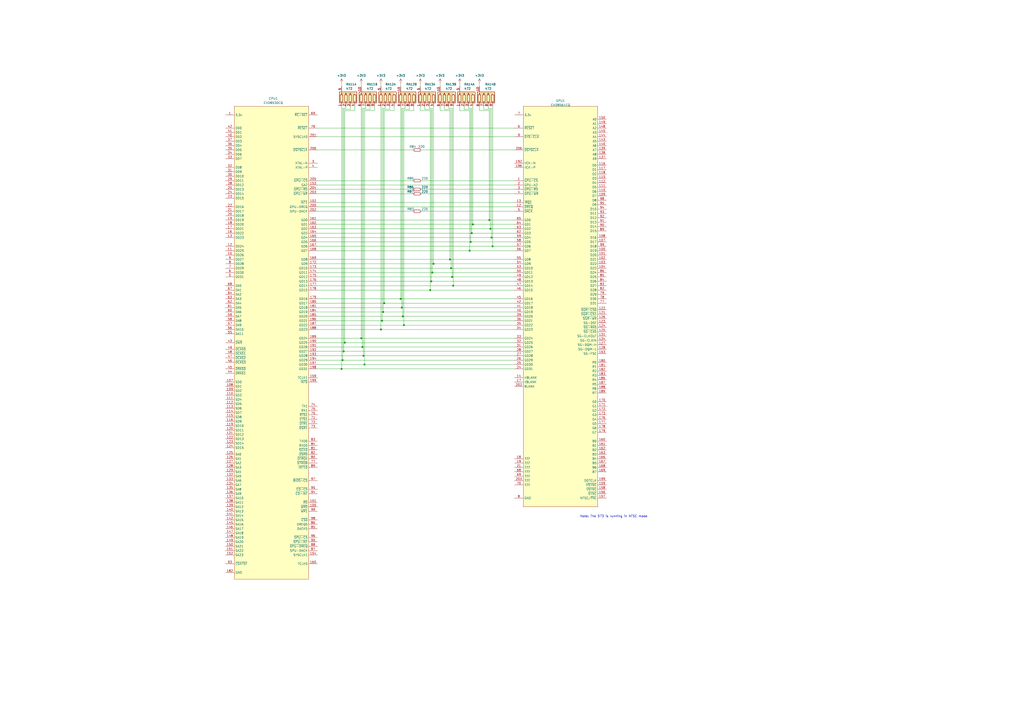
<source format=kicad_sch>
(kicad_sch (version 20211123) (generator eeschema)
  (paper "A2")
  (lib_symbols
    (symbol "Device:R_Small" (pin_numbers hide) (pin_names (offset 0.254) hide)
      (property "Reference" "R" (at 0.762 0.508 0))
      (property "Value" "R_Small" (at 0.762 -1.016 0))
      (symbol "R_Small_0_1"
        (rectangle (start -0.762 1.778) (end 0.762 -1.778) (stroke (width 0.2032)))
      )
      (symbol "R_Small_1_1"
        (pin passive line (at 0 2.54 270) (length 0.762) (name "~") (number "1"))
        (pin passive line (at 0 -2.54 90) (length 0.762) (name "~") (number "2"))
      )
    )
    (symbol "Ksys573-rescue:R_Dual_Network08_Split-Device" (pin_names (offset 0) hide)
      (property "Reference" "RN" (at -7.62 0 90))
      (property "Value" "R_Dual_Network08_Split-Device" (at 5.08 0 90))
      (symbol "R_Dual_Network08_Split-Device_0_1"
        (rectangle (start -6.35 -3.175) (end 3.81 3.175) (stroke (width 0.254)) (fill (type background)))
        (rectangle (start -5.842 1.524) (end -4.318 -2.54) (stroke (width 0.254)))
        (circle (center -5.08 2.286) (radius 0.254) (fill (type outline)))
        (rectangle (start -3.302 1.524) (end -1.778 -2.54) (stroke (width 0.254)))
        (circle (center -2.54 2.286) (radius 0.254) (fill (type outline)))
        (rectangle (start -0.762 1.524) (end 0.762 -2.54) (stroke (width 0.254)))
        (polyline (pts (xy -5.08 -2.54) (xy -5.08 -3.81)))
        (polyline (pts (xy -2.54 -2.54) (xy -2.54 -3.81)))
        (polyline (pts (xy 0 -2.54) (xy 0 -3.81)))
        (polyline (pts (xy 2.54 -2.54) (xy 2.54 -3.81)))
        (polyline (pts (xy -5.08 1.524) (xy -5.08 2.286) (xy -2.54 2.286) (xy -2.54 1.524)))
        (polyline (pts (xy -2.54 1.524) (xy -2.54 2.286) (xy 0 2.286) (xy 0 1.524)))
        (polyline (pts (xy 0 1.524) (xy 0 2.286) (xy 2.54 2.286) (xy 2.54 1.524)))
        (circle (center 0 2.286) (radius 0.254) (fill (type outline)))
        (rectangle (start 1.778 1.524) (end 3.302 -2.54) (stroke (width 0.254)))
      )
      (symbol "R_Dual_Network08_Split-Device_1_1"
        (pin passive line (at -5.08 -5.08 90) (length 1.27) (name "R1") (number "1"))
        (pin passive line (at -2.54 -5.08 90) (length 1.27) (name "R2") (number "2"))
        (pin passive line (at 0 -5.08 90) (length 1.27) (name "R3") (number "3"))
        (pin passive line (at 2.54 -5.08 90) (length 1.27) (name "R4") (number "4"))
        (pin passive line (at -5.08 6.35 270) (length 2.9972) (name "common") (number "5"))
      )
      (symbol "R_Dual_Network08_Split-Device_2_1"
        (pin passive line (at -5.08 6.35 270) (length 2.9972) (name "common") (number "10"))
        (pin passive line (at -5.08 -5.08 90) (length 1.27) (name "R5") (number "6"))
        (pin passive line (at -2.54 -5.08 90) (length 1.27) (name "R6") (number "7"))
        (pin passive line (at 0 -5.08 90) (length 1.27) (name "R7") (number "8"))
        (pin passive line (at 2.54 -5.08 90) (length 1.27) (name "R8") (number "9"))
      )
    )
    (symbol "Sony-PSX:CXD8530CQ"
      (property "Reference" "CPU" (at -19.05 139.7 0))
      (property "Value" "CXD8530CQ" (at 0 0 0))
      (symbol "CXD8530CQ_0_0"
        (pin output line (at -26.67 -123.19 0) (length 5.08) (name "SA23") (number "152"))
        (pin bidirectional line (at 26.67 63.5 180) (length 5.08) (name "GD3") (number "164"))
        (pin bidirectional line (at 26.67 0 180) (length 5.08) (name "GD25") (number "190"))
        (pin bidirectional line (at 26.67 -10.16 180) (length 5.08) (name "GD29") (number "194"))
        (pin bidirectional line (at 26.67 -15.24 180) (length 5.08) (name "GD31") (number "198"))
        (pin input line (at 26.67 78.74 180) (length 5.08) (name "GPU-DREQ") (number "200"))
        (pin output line (at 26.67 88.9 180) (length 5.08) (name "~{GPU-RD}") (number "204"))
        (pin passive line (at -26.67 -133.35 0) (length 5.08) hide (name "GND") (number "207"))
      )
      (symbol "CXD8530CQ_0_1"
        (rectangle (start -21.59 137.16) (end 21.59 -137.16) (fill (type background)))
        (pin passive line (at -26.67 -133.35 0) (length 5.08) hide (name "GND") (number "155"))
        (pin bidirectional line (at 26.67 40.64 180) (length 5.08) (name "GD11") (number "174"))
        (pin bidirectional line (at 26.67 17.78 180) (length 5.08) (name "GD19") (number "184"))
      )
      (symbol "CXD8530CQ_1_1"
        (pin power_in line (at -26.67 132.08 0) (length 5.08) (name "3.3v") (number "1"))
        (pin tri_state line (at -26.67 50.8 0) (length 5.08) (name "DD26") (number "10"))
        (pin output line (at 26.67 -95.25 180) (length 5.08) (name "~{WR0}") (number "100"))
        (pin input line (at 26.67 -92.71 180) (length 5.08) (name "~{RD}") (number "101"))
        (pin passive line (at 26.67 81.28 180) (length 5.08) (name "~{INT1}") (number "102"))
        (pin passive line (at -26.67 132.08 0) (length 5.08) hide (name "3.3v") (number "103"))
        (pin passive line (at -26.67 -133.35 0) (length 5.08) hide (name "GND") (number "104"))
        (pin passive line (at -26.67 132.08 0) (length 5.08) hide (name "3.3v") (number "105"))
        (pin passive line (at -26.67 132.08 0) (length 5.08) hide (name "3.3v") (number "106"))
        (pin tri_state line (at -26.67 -22.86 0) (length 5.08) (name "SD0") (number "107"))
        (pin tri_state line (at -26.67 -25.4 0) (length 5.08) (name "SD1") (number "108"))
        (pin tri_state line (at -26.67 -27.94 0) (length 5.08) (name "SD2") (number "109"))
        (pin tri_state line (at -26.67 53.34 0) (length 5.08) (name "DD25") (number "11"))
        (pin tri_state line (at -26.67 -30.48 0) (length 5.08) (name "SD3") (number "110"))
        (pin tri_state line (at -26.67 -33.02 0) (length 5.08) (name "SD4") (number "111"))
        (pin tri_state line (at -26.67 -35.56 0) (length 5.08) (name "SD5") (number "112"))
        (pin tri_state line (at -26.67 -38.1 0) (length 5.08) (name "SD6") (number "113"))
        (pin tri_state line (at -26.67 -40.64 0) (length 5.08) (name "SD7") (number "114"))
        (pin tri_state line (at -26.67 -43.18 0) (length 5.08) (name "SD8") (number "115"))
        (pin tri_state line (at -26.67 -45.72 0) (length 5.08) (name "SD9") (number "116"))
        (pin passive line (at -26.67 -133.35 0) (length 5.08) hide (name "GND") (number "117"))
        (pin passive line (at -26.67 132.08 0) (length 5.08) hide (name "3.3v") (number "118"))
        (pin tri_state line (at -26.67 -48.26 0) (length 5.08) (name "SD10") (number "119"))
        (pin tri_state line (at -26.67 55.88 0) (length 5.08) (name "DD24") (number "12"))
        (pin tri_state line (at -26.67 -50.8 0) (length 5.08) (name "SD11") (number "120"))
        (pin tri_state line (at -26.67 -53.34 0) (length 5.08) (name "SD12") (number "121"))
        (pin tri_state line (at -26.67 -55.88 0) (length 5.08) (name "SD13") (number "122"))
        (pin tri_state line (at -26.67 -58.42 0) (length 5.08) (name "SD14") (number "123"))
        (pin tri_state line (at -26.67 -60.96 0) (length 5.08) (name "SD15") (number "124"))
        (pin output line (at -26.67 -64.77 0) (length 5.08) (name "SA0") (number "125"))
        (pin output line (at -26.67 -67.31 0) (length 5.08) (name "SA1") (number "126"))
        (pin output line (at -26.67 -69.85 0) (length 5.08) (name "SA2") (number "127"))
        (pin output line (at -26.67 -72.39 0) (length 5.08) (name "SA3") (number "128"))
        (pin output line (at -26.67 -74.93 0) (length 5.08) (name "SA4") (number "129"))
        (pin tri_state line (at -26.67 60.96 0) (length 5.08) (name "DD23") (number "13"))
        (pin passive line (at -26.67 -133.35 0) (length 5.08) hide (name "GND") (number "130"))
        (pin passive line (at -26.67 132.08 0) (length 5.08) hide (name "3.3v") (number "131"))
        (pin output line (at -26.67 -77.47 0) (length 5.08) (name "SA5") (number "132"))
        (pin output line (at -26.67 -80.01 0) (length 5.08) (name "SA6") (number "133"))
        (pin output line (at -26.67 -82.55 0) (length 5.08) (name "SA7") (number "134"))
        (pin output line (at -26.67 -85.09 0) (length 5.08) (name "SA8") (number "135"))
        (pin output line (at -26.67 -87.63 0) (length 5.08) (name "SA9") (number "136"))
        (pin output line (at -26.67 -90.17 0) (length 5.08) (name "SA10") (number "137"))
        (pin output line (at -26.67 -92.71 0) (length 5.08) (name "SA11") (number "138"))
        (pin output line (at -26.67 -95.25 0) (length 5.08) (name "SA12") (number "139"))
        (pin passive line (at -26.67 132.08 0) (length 5.08) hide (name "3.3v") (number "14"))
        (pin output line (at -26.67 -97.79 0) (length 5.08) (name "SA13") (number "140"))
        (pin output line (at -26.67 -100.33 0) (length 5.08) (name "SA14") (number "141"))
        (pin output line (at -26.67 -102.87 0) (length 5.08) (name "SA15") (number "142"))
        (pin passive line (at -26.67 -133.35 0) (length 5.08) hide (name "GND") (number "143"))
        (pin passive line (at -26.67 132.08 0) (length 5.08) hide (name "3.3v") (number "144"))
        (pin output line (at -26.67 -105.41 0) (length 5.08) (name "SA16") (number "145"))
        (pin output line (at -26.67 -107.95 0) (length 5.08) (name "SA17") (number "146"))
        (pin output line (at -26.67 -110.49 0) (length 5.08) (name "SA18") (number "147"))
        (pin output line (at -26.67 -113.03 0) (length 5.08) (name "SA19") (number "148"))
        (pin output line (at -26.67 -115.57 0) (length 5.08) (name "SA20") (number "149"))
        (pin passive line (at -26.67 -133.35 0) (length 5.08) hide (name "GND") (number "15"))
        (pin output line (at -26.67 -118.11 0) (length 5.08) (name "SA21") (number "150"))
        (pin output line (at -26.67 -120.65 0) (length 5.08) (name "SA22") (number "151"))
        (pin output line (at 26.67 91.44 180) (length 5.08) (name "GA2") (number "153"))
        (pin output line (at 26.67 -123.19 180) (length 5.08) (name "SYSCLK1") (number "154"))
        (pin passive line (at -26.67 -133.35 0) (length 5.08) hide (name "GND") (number "156"))
        (pin passive line (at -26.67 132.08 0) (length 5.08) hide (name "3.3v") (number "157"))
        (pin passive line (at -26.67 132.08 0) (length 5.08) hide (name "3.3v") (number "158"))
        (pin output line (at 26.67 -20.32 180) (length 5.08) (name "TCLK1") (number "159"))
        (pin tri_state line (at -26.67 63.5 0) (length 5.08) (name "DD22") (number "16"))
        (pin output line (at 26.67 -128.27 180) (length 5.08) (name "TCLK0") (number "160"))
        (pin bidirectional line (at 26.67 71.12 180) (length 5.08) (name "GD0") (number "161"))
        (pin bidirectional line (at 26.67 68.58 180) (length 5.08) (name "GD1") (number "162"))
        (pin bidirectional line (at 26.67 66.04 180) (length 5.08) (name "GD2") (number "163"))
        (pin bidirectional line (at 26.67 60.96 180) (length 5.08) (name "GD4") (number "165"))
        (pin bidirectional line (at 26.67 58.42 180) (length 5.08) (name "GD5") (number "166"))
        (pin bidirectional line (at 26.67 55.88 180) (length 5.08) (name "GD6") (number "167"))
        (pin bidirectional line (at 26.67 53.34 180) (length 5.08) (name "GD7") (number "168"))
        (pin bidirectional line (at 26.67 48.26 180) (length 5.08) (name "GD8") (number "169"))
        (pin tri_state line (at -26.67 66.04 0) (length 5.08) (name "DD21") (number "17"))
        (pin passive line (at -26.67 -133.35 0) (length 5.08) hide (name "GND") (number "170"))
        (pin passive line (at -26.67 132.08 0) (length 5.08) hide (name "3.3v") (number "171"))
        (pin bidirectional line (at 26.67 45.72 180) (length 5.08) (name "GD9") (number "172"))
        (pin bidirectional line (at 26.67 43.18 180) (length 5.08) (name "GD10") (number "173"))
        (pin bidirectional line (at 26.67 38.1 180) (length 5.08) (name "GD12") (number "175"))
        (pin bidirectional line (at 26.67 35.56 180) (length 5.08) (name "GD13") (number "176"))
        (pin bidirectional line (at 26.67 33.02 180) (length 5.08) (name "GD14") (number "177"))
        (pin bidirectional line (at 26.67 30.48 180) (length 5.08) (name "GD15") (number "178"))
        (pin bidirectional line (at 26.67 25.4 180) (length 5.08) (name "GD16") (number "179"))
        (pin tri_state line (at -26.67 68.58 0) (length 5.08) (name "DD20") (number "18"))
        (pin bidirectional line (at 26.67 22.86 180) (length 5.08) (name "GD17") (number "180"))
        (pin bidirectional line (at 26.67 20.32 180) (length 5.08) (name "GD18") (number "181"))
        (pin passive line (at -26.67 -133.35 0) (length 5.08) (name "GND") (number "182"))
        (pin passive line (at -26.67 132.08 0) (length 5.08) hide (name "3.3v") (number "183"))
        (pin bidirectional line (at 26.67 15.24 180) (length 5.08) (name "GD20") (number "185"))
        (pin bidirectional line (at 26.67 12.7 180) (length 5.08) (name "GD21") (number "186"))
        (pin bidirectional line (at 26.67 10.16 180) (length 5.08) (name "GD22") (number "187"))
        (pin bidirectional line (at 26.67 7.62 180) (length 5.08) (name "GD23") (number "188"))
        (pin bidirectional line (at 26.67 2.54 180) (length 5.08) (name "GD24") (number "189"))
        (pin tri_state line (at -26.67 71.12 0) (length 5.08) (name "DD19") (number "19"))
        (pin bidirectional line (at 26.67 -2.54 180) (length 5.08) (name "GD26") (number "191"))
        (pin bidirectional line (at 26.67 -5.08 180) (length 5.08) (name "GD27") (number "192"))
        (pin bidirectional line (at 26.67 -7.62 180) (length 5.08) (name "GD28") (number "193"))
        (pin passive line (at -26.67 -133.35 0) (length 5.08) hide (name "GND") (number "195"))
        (pin passive line (at -26.67 132.08 0) (length 5.08) hide (name "3.3v") (number "196"))
        (pin bidirectional line (at 26.67 -12.7 180) (length 5.08) (name "GD30") (number "197"))
        (pin input line (at 26.67 -22.86 180) (length 5.08) (name "~{INT0}") (number "199"))
        (pin passive line (at -26.67 132.08 0) (length 5.08) hide (name "3.3v") (number "2"))
        (pin tri_state line (at -26.67 73.66 0) (length 5.08) (name "DD18") (number "20"))
        (pin output line (at 26.67 119.38 180) (length 5.08) (name "SYSCLK0") (number "201"))
        (pin output line (at 26.67 76.2 180) (length 5.08) (name "GPU-DACK") (number "202"))
        (pin output line (at 26.67 86.36 180) (length 5.08) (name "~{GPU-WR}") (number "203"))
        (pin output line (at 26.67 93.98 180) (length 5.08) (name "~{GPU-CS}") (number "205"))
        (pin output line (at 26.67 111.76 180) (length 5.08) (name "~{DSYSCLK}") (number "206"))
        (pin passive line (at -26.67 -133.35 0) (length 5.08) hide (name "GND") (number "208"))
        (pin tri_state line (at -26.67 76.2 0) (length 5.08) (name "DD17") (number "21"))
        (pin tri_state line (at -26.67 78.74 0) (length 5.08) (name "DD16") (number "22"))
        (pin tri_state line (at -26.67 83.82 0) (length 5.08) (name "DD15") (number "23"))
        (pin tri_state line (at -26.67 86.36 0) (length 5.08) (name "DD14") (number "24"))
        (pin tri_state line (at -26.67 88.9 0) (length 5.08) (name "DD13") (number "25"))
        (pin passive line (at -26.67 132.08 0) (length 5.08) hide (name "3.3v") (number "26"))
        (pin passive line (at -26.67 -133.35 0) (length 5.08) hide (name "GND") (number "27"))
        (pin tri_state line (at -26.67 91.44 0) (length 5.08) (name "DD12") (number "28"))
        (pin tri_state line (at -26.67 93.98 0) (length 5.08) (name "DD11") (number "29"))
        (pin input line (at 26.67 104.14 180) (length 5.08) (name "XTAL-N") (number "3"))
        (pin tri_state line (at -26.67 96.52 0) (length 5.08) (name "DD10") (number "30"))
        (pin tri_state line (at -26.67 99.06 0) (length 5.08) (name "DD9") (number "31"))
        (pin tri_state line (at -26.67 101.6 0) (length 5.08) (name "DD8") (number "32"))
        (pin tri_state line (at -26.67 106.68 0) (length 5.08) (name "DD7") (number "33"))
        (pin tri_state line (at -26.67 109.22 0) (length 5.08) (name "DD6") (number "34"))
        (pin tri_state line (at -26.67 111.76 0) (length 5.08) (name "DD5") (number "35"))
        (pin tri_state line (at -26.67 114.3 0) (length 5.08) (name "DD4") (number "36"))
        (pin tri_state line (at -26.67 116.84 0) (length 5.08) (name "DD3") (number "37"))
        (pin passive line (at -26.67 132.08 0) (length 5.08) hide (name "3.3v") (number "38"))
        (pin passive line (at -26.67 -133.35 0) (length 5.08) hide (name "GND") (number "39"))
        (pin input line (at 26.67 101.6 180) (length 5.08) (name "XTAL-P") (number "4"))
        (pin tri_state line (at -26.67 119.38 0) (length 5.08) (name "DD2") (number "40"))
        (pin tri_state line (at -26.67 121.92 0) (length 5.08) (name "DD1") (number "41"))
        (pin tri_state line (at -26.67 124.46 0) (length 5.08) (name "DD0") (number "42"))
        (pin output line (at -26.67 0 0) (length 5.08) (name "~{DWR}") (number "43"))
        (pin output line (at -26.67 -17.78 0) (length 5.08) (name "~{DRAS1}") (number "44"))
        (pin output line (at -26.67 -15.24 0) (length 5.08) (name "~{DRAS0}") (number "45"))
        (pin output line (at -26.67 -11.43 0) (length 5.08) (name "~{DCAS3}") (number "46"))
        (pin output line (at -26.67 -8.89 0) (length 5.08) (name "~{DCAS2}") (number "47"))
        (pin output line (at -26.67 -6.35 0) (length 5.08) (name "~{DCAS1}") (number "48"))
        (pin output line (at -26.67 -3.81 0) (length 5.08) (name "~{DCAS0}") (number "49"))
        (pin tri_state line (at -26.67 38.1 0) (length 5.08) (name "DD31") (number "5"))
        (pin passive line (at -26.67 132.08 0) (length 5.08) hide (name "3.3v") (number "50"))
        (pin passive line (at -26.67 -133.35 0) (length 5.08) hide (name "GND") (number "51"))
        (pin passive line (at -26.67 -133.35 0) (length 5.08) hide (name "GND") (number "52"))
        (pin passive line (at -26.67 132.08 0) (length 5.08) hide (name "3.3v") (number "53"))
        (pin passive line (at -26.67 132.08 0) (length 5.08) hide (name "3.3v") (number "54"))
        (pin output line (at -26.67 5.08 0) (length 5.08) (name "DA11") (number "55"))
        (pin output line (at -26.67 7.62 0) (length 5.08) (name "DA10") (number "56"))
        (pin output line (at -26.67 10.16 0) (length 5.08) (name "DA9") (number "57"))
        (pin output line (at -26.67 12.7 0) (length 5.08) (name "DA8") (number "58"))
        (pin output line (at -26.67 15.24 0) (length 5.08) (name "DA7") (number "59"))
        (pin tri_state line (at -26.67 40.64 0) (length 5.08) (name "DD30") (number "6"))
        (pin output line (at -26.67 17.78 0) (length 5.08) (name "DA6") (number "60"))
        (pin output line (at -26.67 20.32 0) (length 5.08) (name "DA5") (number "61"))
        (pin output line (at -26.67 22.86 0) (length 5.08) (name "DA4") (number "62"))
        (pin output line (at -26.67 25.4 0) (length 5.08) (name "DA3") (number "63"))
        (pin output line (at -26.67 27.94 0) (length 5.08) (name "DA2") (number "64"))
        (pin passive line (at -26.67 -133.35 0) (length 5.08) hide (name "GND") (number "65"))
        (pin passive line (at -26.67 132.08 0) (length 5.08) hide (name "3.3v") (number "66"))
        (pin output line (at -26.67 30.48 0) (length 5.08) (name "DA1") (number "67"))
        (pin output line (at -26.67 33.02 0) (length 5.08) (name "DA0") (number "68"))
        (pin input line (at 26.67 132.08 180) (length 5.08) (name "~{RC-NET}") (number "69"))
        (pin tri_state line (at -26.67 43.18 0) (length 5.08) (name "DD29") (number "7"))
        (pin output line (at 26.67 -41.91 180) (length 5.08) (name "~{RTS1}") (number "70"))
        (pin input line (at 26.67 -44.45 180) (length 5.08) (name "~{CTS1}") (number "71"))
        (pin input line (at 26.67 -46.99 180) (length 5.08) (name "~{DTR1}") (number "72"))
        (pin output line (at 26.67 -49.53 180) (length 5.08) (name "~{DSR1}") (number "73"))
        (pin output line (at 26.67 -36.83 180) (length 5.08) (name "TX1") (number "74"))
        (pin input line (at 26.67 -39.37 180) (length 5.08) (name "RX1") (number "75"))
        (pin input line (at 26.67 124.46 180) (length 5.08) (name "~{RESET}") (number "76"))
        (pin output line (at 26.67 -69.85 180) (length 5.08) (name "~{DTROB}") (number "77"))
        (pin passive line (at -26.67 -133.35 0) (length 5.08) hide (name "GND") (number "78"))
        (pin passive line (at -26.67 132.08 0) (length 5.08) hide (name "3.3v") (number "79"))
        (pin tri_state line (at -26.67 45.72 0) (length 5.08) (name "DD28") (number "8"))
        (pin output line (at 26.67 -67.31 180) (length 5.08) (name "~{DTROA}") (number "80"))
        (pin output line (at 26.67 -62.23 180) (length 5.08) (name "~{SCK0}") (number "81"))
        (pin output line (at 26.67 -64.77 180) (length 5.08) (name "~{DSR0}") (number "82"))
        (pin output line (at 26.67 -57.15 180) (length 5.08) (name "TXD0") (number "83"))
        (pin input line (at 26.67 -59.69 180) (length 5.08) (name "RXD0") (number "84"))
        (pin output line (at 26.67 -107.95 180) (length 5.08) (name "DACK5") (number "85"))
        (pin input line (at 26.67 -105.41 180) (length 5.08) (name "DREQ5") (number "86"))
        (pin output line (at 26.67 -120.65 180) (length 5.08) (name "SPU-DACK") (number "87"))
        (pin input line (at 26.67 -118.11 180) (length 5.08) (name "~{SPU-DREQ}") (number "88"))
        (pin input line (at 26.67 -72.39 180) (length 5.08) (name "~{INT10}") (number "89"))
        (pin tri_state line (at -26.67 48.26 0) (length 5.08) (name "DD27") (number "9"))
        (pin input line (at 26.67 -115.57 180) (length 5.08) (name "~{SPU-INT}") (number "90"))
        (pin passive line (at -26.67 -133.35 0) (length 5.08) hide (name "GND") (number "91"))
        (pin passive line (at -26.67 132.08 0) (length 5.08) hide (name "3.3v") (number "92"))
        (pin input line (at -26.67 -128.27 0) (length 5.08) (name "~{CSHTST}") (number "93"))
        (pin input line (at 26.67 -87.63 180) (length 5.08) (name "~{CD-INT}") (number "94"))
        (pin output line (at 26.67 -85.09 180) (length 5.08) (name "~{CD-CS}") (number "95"))
        (pin output line (at 26.67 -113.03 180) (length 5.08) (name "~{SPU-CS}") (number "96"))
        (pin output line (at 26.67 -80.01 180) (length 5.08) (name "~{BIOS-CS}") (number "97"))
        (pin output line (at 26.67 -102.87 180) (length 5.08) (name "~{CS0}") (number "98"))
        (pin output line (at 26.67 -97.79 180) (length 5.08) (name "~{WR1}") (number "99"))
      )
    )
    (symbol "Sony-PSX:CXD8561CQ"
      (property "Reference" "GPU" (at -17.78 119.38 0))
      (property "Value" "CXD8561CQ" (at 0 0 0))
      (symbol "CXD8561CQ_0_0"
        (pin passive line (at -26.67 -110.49 0) (length 5.08) hide (name "GND") (number "152"))
        (pin passive line (at -26.67 -110.49 0) (length 5.08) hide (name "GND") (number "164"))
        (pin passive line (at -26.67 -110.49 0) (length 5.08) hide (name "GND") (number "190"))
        (pin passive line (at -26.67 -110.49 0) (length 5.08) hide (name "GND") (number "194"))
        (pin passive line (at -26.67 -110.49 0) (length 5.08) hide (name "GND") (number "198"))
        (pin passive line (at -26.67 -110.49 0) (length 5.08) hide (name "GND") (number "200"))
        (pin passive line (at -26.67 -110.49 0) (length 5.08) hide (name "GND") (number "204"))
        (pin passive line (at -26.67 -110.49 0) (length 5.08) hide (name "GND") (number "207"))
      )
      (symbol "CXD8561CQ_0_1"
        (rectangle (start -21.59 116.84) (end 21.59 -115.57) (fill (type background)))
        (pin passive line (at -26.67 -110.49 0) (length 5.08) hide (name "GND") (number "155"))
        (pin passive line (at -26.67 -110.49 0) (length 5.08) hide (name "GND") (number "174"))
        (pin passive line (at -26.67 -110.49 0) (length 5.08) hide (name "GND") (number "184"))
      )
      (symbol "CXD8561CQ_1_1"
        (pin input line (at -26.67 73.66 0) (length 5.08) (name "~{GPU-CS}") (number "1"))
        (pin passive line (at -26.67 111.76 0) (length 5.08) hide (name "3.3v") (number "10"))
        (pin bidirectional line (at 26.67 33.02 180) (length 5.08) (name "D19") (number "100"))
        (pin bidirectional line (at 26.67 30.48 180) (length 5.08) (name "D20") (number "101"))
        (pin bidirectional line (at 26.67 27.94 180) (length 5.08) (name "D21") (number "102"))
        (pin bidirectional line (at 26.67 25.4 180) (length 5.08) (name "D22") (number "103"))
        (pin bidirectional line (at 26.67 22.86 180) (length 5.08) (name "D23") (number "104"))
        (pin passive line (at -26.67 -110.49 0) (length 5.08) hide (name "GND") (number "105"))
        (pin passive line (at -26.67 111.76 0) (length 5.08) hide (name "3.3v") (number "106"))
        (pin bidirectional line (at 26.67 38.1 180) (length 5.08) (name "D17") (number "107"))
        (pin bidirectional line (at 26.67 40.64 180) (length 5.08) (name "D16") (number "108"))
        (pin bidirectional line (at 26.67 64.77 180) (length 5.08) (name "D7") (number "109"))
        (pin passive line (at -26.67 -110.49 0) (length 5.08) hide (name "GND") (number "11"))
        (pin bidirectional line (at 26.67 67.31 180) (length 5.08) (name "D6") (number "110"))
        (pin bidirectional line (at 26.67 69.85 180) (length 5.08) (name "D5") (number "111"))
        (pin bidirectional line (at 26.67 72.39 180) (length 5.08) (name "D4") (number "112"))
        (pin passive line (at -26.67 -110.49 0) (length 5.08) hide (name "GND") (number "113"))
        (pin passive line (at -26.67 111.76 0) (length 5.08) hide (name "3.3v") (number "114"))
        (pin bidirectional line (at 26.67 74.93 180) (length 5.08) (name "D3") (number "115"))
        (pin bidirectional line (at 26.67 82.55 180) (length 5.08) (name "D0") (number "116"))
        (pin bidirectional line (at 26.67 80.01 180) (length 5.08) (name "D1") (number "117"))
        (pin bidirectional line (at 26.67 77.47 180) (length 5.08) (name "D2") (number "118"))
        (pin passive line (at -26.67 -110.49 0) (length 5.08) hide (name "GND") (number "119"))
        (pin input line (at -26.67 58.42 0) (length 5.08) (name "~{DREQ}") (number "12"))
        (pin passive line (at -26.67 111.76 0) (length 5.08) hide (name "3.3v") (number "120"))
        (pin output line (at 26.67 -3.81 180) (length 5.08) (name "~{SGR-CS1}") (number "121"))
        (pin output line (at 26.67 -1.27 180) (length 5.08) (name "~{SGR-CS0}") (number "122"))
        (pin output line (at 26.67 -8.89 180) (length 5.08) (name "SG-DSF") (number "123"))
        (pin output line (at 26.67 -11.43 180) (length 5.08) (name "~{SG-RAS}") (number "124"))
        (pin output line (at 26.67 -13.97 180) (length 5.08) (name "~{SG-CAS}") (number "125"))
        (pin output line (at 26.67 -6.35 180) (length 5.08) (name "~{SGR-WR}") (number "126"))
        (pin output line (at 26.67 -21.59 180) (length 5.08) (name "SG-DQM-H") (number "127"))
        (pin output line (at 26.67 -24.13 180) (length 5.08) (name "SG-DQM-L") (number "128"))
        (pin passive line (at -26.67 -110.49 0) (length 5.08) hide (name "GND") (number "129"))
        (pin output line (at -26.67 60.96 0) (length 5.08) (name "~{IRQ1}") (number "13"))
        (pin passive line (at -26.67 111.76 0) (length 5.08) hide (name "3.3v") (number "130"))
        (pin output line (at 26.67 -16.51 180) (length 5.08) (name "SG-CLKOUT") (number "131"))
        (pin passive line (at -26.67 -110.49 0) (length 5.08) hide (name "GND") (number "132"))
        (pin passive line (at -26.67 111.76 0) (length 5.08) hide (name "3.3v") (number "133"))
        (pin input line (at 26.67 -19.05 180) (length 5.08) (name "SG-CLKIN") (number "134"))
        (pin passive line (at -26.67 -110.49 0) (length 5.08) hide (name "GND") (number "135"))
        (pin passive line (at -26.67 111.76 0) (length 5.08) hide (name "3.3v") (number "136"))
        (pin output line (at 26.67 86.36 180) (length 5.08) (name "A9") (number "137"))
        (pin output line (at 26.67 88.9 180) (length 5.08) (name "A8") (number "138"))
        (pin output line (at 26.67 91.44 180) (length 5.08) (name "A7") (number "139"))
        (pin output line (at -26.67 -40.64 0) (length 5.08) (name "HBLANK") (number "14"))
        (pin output line (at 26.67 93.98 180) (length 5.08) (name "A6") (number "140"))
        (pin passive line (at -26.67 111.76 0) (length 5.08) hide (name "3.3v") (number "141"))
        (pin passive line (at -26.67 -110.49 0) (length 5.08) hide (name "GND") (number "142"))
        (pin output line (at 26.67 96.52 180) (length 5.08) (name "A5") (number "143"))
        (pin output line (at 26.67 99.06 180) (length 5.08) (name "A4") (number "144"))
        (pin output line (at 26.67 101.6 180) (length 5.08) (name "A3") (number "145"))
        (pin passive line (at -26.67 -110.49 0) (length 5.08) hide (name "GND") (number "146"))
        (pin passive line (at -26.67 111.76 0) (length 5.08) hide (name "3.3v") (number "147"))
        (pin output line (at 26.67 104.14 180) (length 5.08) (name "A2") (number "148"))
        (pin output line (at 26.67 106.68 180) (length 5.08) (name "A1") (number "149"))
        (pin passive line (at -26.67 111.76 0) (length 5.08) hide (name "3.3v") (number "15"))
        (pin output line (at 26.67 109.22 180) (length 5.08) (name "A0") (number "150"))
        (pin passive line (at -26.67 111.76 0) (length 5.08) hide (name "3.3v") (number "151"))
        (pin output line (at 26.67 -26.67 180) (length 5.08) (name "SG-FSC") (number "153"))
        (pin passive line (at -26.67 111.76 0) (length 5.08) hide (name "3.3v") (number "154"))
        (pin output line (at 26.67 -107.95 180) (length 5.08) (name "~{SYNC}") (number "156"))
        (pin output line (at 26.67 -110.49 180) (length 5.08) (name "NTSC/~{PAL}") (number "157"))
        (pin output line (at 26.67 -105.41 180) (length 5.08) (name "~{VSYNC}") (number "158"))
        (pin output line (at 26.67 -102.87 180) (length 5.08) (name "~{HSYNC}") (number "159"))
        (pin passive line (at -26.67 -110.49 0) (length 5.08) hide (name "GND") (number "16"))
        (pin output line (at 26.67 -77.47 180) (length 5.08) (name "B0") (number "160"))
        (pin output line (at 26.67 -80.01 180) (length 5.08) (name "B1") (number "161"))
        (pin output line (at 26.67 -82.55 180) (length 5.08) (name "B2") (number "162"))
        (pin output line (at 26.67 -85.09 180) (length 5.08) (name "B3") (number "163"))
        (pin passive line (at -26.67 111.76 0) (length 5.08) hide (name "3.3v") (number "165"))
        (pin output line (at 26.67 -87.63 180) (length 5.08) (name "B4") (number "166"))
        (pin output line (at 26.67 -90.17 180) (length 5.08) (name "B5") (number "167"))
        (pin output line (at 26.67 -92.71 180) (length 5.08) (name "B6") (number "168"))
        (pin output line (at 26.67 -95.25 180) (length 5.08) (name "B7") (number "169"))
        (pin output line (at -26.67 -43.18 0) (length 5.08) (name "VBLANK") (number "17"))
        (pin output line (at 26.67 -54.61 180) (length 5.08) (name "G0") (number "170"))
        (pin output line (at 26.67 -57.15 180) (length 5.08) (name "G1") (number "171"))
        (pin output line (at 26.67 -59.69 180) (length 5.08) (name "G2") (number "172"))
        (pin output line (at 26.67 -62.23 180) (length 5.08) (name "G3") (number "173"))
        (pin passive line (at -26.67 111.76 0) (length 5.08) hide (name "3.3v") (number "175"))
        (pin output line (at 26.67 -64.77 180) (length 5.08) (name "G4") (number "176"))
        (pin output line (at 26.67 -67.31 180) (length 5.08) (name "G5") (number "177"))
        (pin output line (at 26.67 -69.85 180) (length 5.08) (name "G6") (number "178"))
        (pin output line (at 26.67 -72.39 180) (length 5.08) (name "G7") (number "179"))
        (pin input line (at -26.67 -87.63 0) (length 5.08) (name "???") (number "18"))
        (pin output line (at 26.67 -31.75 180) (length 5.08) (name "R0") (number "180"))
        (pin output line (at 26.67 -34.29 180) (length 5.08) (name "R1") (number "181"))
        (pin output line (at 26.67 -36.83 180) (length 5.08) (name "R2") (number "182"))
        (pin output line (at 26.67 -39.37 180) (length 5.08) (name "R3") (number "183"))
        (pin passive line (at -26.67 111.76 0) (length 5.08) hide (name "3.3v") (number "185"))
        (pin output line (at 26.67 -41.91 180) (length 5.08) (name "R4") (number "186"))
        (pin output line (at 26.67 -44.45 180) (length 5.08) (name "R5") (number "187"))
        (pin output line (at 26.67 -46.99 180) (length 5.08) (name "R6") (number "188"))
        (pin output line (at 26.67 -49.53 180) (length 5.08) (name "R7") (number "189"))
        (pin input line (at -26.67 -90.17 0) (length 5.08) (name "???") (number "19"))
        (pin passive line (at -26.67 111.76 0) (length 5.08) hide (name "3.3v") (number "191"))
        (pin input line (at -26.67 83.82 0) (length 5.08) (name "VCK-N") (number "192"))
        (pin passive line (at -26.67 111.76 0) (length 5.08) hide (name "3.3v") (number "193"))
        (pin passive line (at -26.67 111.76 0) (length 5.08) hide (name "3.3v") (number "195"))
        (pin input line (at -26.67 81.28 0) (length 5.08) (name "VCK-P") (number "196"))
        (pin passive line (at -26.67 111.76 0) (length 5.08) hide (name "3.3v") (number "197"))
        (pin output line (at 26.67 -100.33 180) (length 5.08) (name "DOTCLK") (number "199"))
        (pin input line (at -26.67 71.12 0) (length 5.08) (name "GPU-A2") (number "2"))
        (pin passive line (at -26.67 -110.49 0) (length 5.08) hide (name "GND") (number "20"))
        (pin passive line (at -26.67 111.76 0) (length 5.08) hide (name "3.3v") (number "201"))
        (pin output line (at -26.67 -45.72 0) (length 5.08) (name "BLANK") (number "202"))
        (pin input line (at -26.67 -100.33 0) (length 5.08) (name "???") (number "203"))
        (pin passive line (at -26.67 111.76 0) (length 5.08) hide (name "3.3v") (number "205"))
        (pin input line (at -26.67 91.44 0) (length 5.08) (name "~{DSYSCLK}") (number "206"))
        (pin passive line (at -26.67 111.76 0) (length 5.08) hide (name "3.3v") (number "208"))
        (pin input line (at -26.67 -92.71 0) (length 5.08) (name "???") (number "21"))
        (pin passive line (at -26.67 111.76 0) (length 5.08) hide (name "3.3v") (number "22"))
        (pin passive line (at -26.67 111.76 0) (length 5.08) hide (name "3.3v") (number "23"))
        (pin bidirectional line (at -26.67 -35.56 0) (length 5.08) (name "GD31") (number "24"))
        (pin bidirectional line (at -26.67 -33.02 0) (length 5.08) (name "GD30") (number "25"))
        (pin bidirectional line (at -26.67 -30.48 0) (length 5.08) (name "GD29") (number "26"))
        (pin bidirectional line (at -26.67 -27.94 0) (length 5.08) (name "GD28") (number "27"))
        (pin bidirectional line (at -26.67 -25.4 0) (length 5.08) (name "GD27") (number "28"))
        (pin passive line (at -26.67 111.76 0) (length 5.08) hide (name "3.3v") (number "29"))
        (pin input line (at -26.67 68.58 0) (length 5.08) (name "~{GPU-RD}") (number "3"))
        (pin passive line (at -26.67 -110.49 0) (length 5.08) hide (name "GND") (number "30"))
        (pin bidirectional line (at -26.67 -22.86 0) (length 5.08) (name "GD26") (number "31"))
        (pin bidirectional line (at -26.67 -20.32 0) (length 5.08) (name "GD25") (number "32"))
        (pin bidirectional line (at -26.67 -17.78 0) (length 5.08) (name "GD24") (number "33"))
        (pin bidirectional line (at -26.67 -12.7 0) (length 5.08) (name "GD23") (number "34"))
        (pin bidirectional line (at -26.67 -10.16 0) (length 5.08) (name "GD22") (number "35"))
        (pin bidirectional line (at -26.67 -7.62 0) (length 5.08) (name "GD21") (number "36"))
        (pin passive line (at -26.67 111.76 0) (length 5.08) hide (name "3.3v") (number "37"))
        (pin passive line (at -26.67 -110.49 0) (length 5.08) hide (name "GND") (number "38"))
        (pin bidirectional line (at -26.67 -5.08 0) (length 5.08) (name "GD20") (number "39"))
        (pin input line (at -26.67 66.04 0) (length 5.08) (name "~{GPU-WR}") (number "4"))
        (pin bidirectional line (at -26.67 -2.54 0) (length 5.08) (name "GD19") (number "40"))
        (pin bidirectional line (at -26.67 0 0) (length 5.08) (name "GD18") (number "41"))
        (pin bidirectional line (at -26.67 2.54 0) (length 5.08) (name "GD17") (number "42"))
        (pin passive line (at -26.67 111.76 0) (length 5.08) hide (name "3.3v") (number "43"))
        (pin passive line (at -26.67 -110.49 0) (length 5.08) hide (name "GND") (number "44"))
        (pin bidirectional line (at -26.67 5.08 0) (length 5.08) (name "GD16") (number "45"))
        (pin bidirectional line (at -26.67 10.16 0) (length 5.08) (name "GD15") (number "46"))
        (pin bidirectional line (at -26.67 12.7 0) (length 5.08) (name "GD14") (number "47"))
        (pin bidirectional line (at -26.67 15.24 0) (length 5.08) (name "GD13") (number "48"))
        (pin bidirectional line (at -26.67 17.78 0) (length 5.08) (name "GD12") (number "49"))
        (pin output line (at -26.67 55.88 0) (length 5.08) (name "~{DACK}") (number "5"))
        (pin bidirectional line (at -26.67 20.32 0) (length 5.08) (name "GD11") (number "50"))
        (pin passive line (at -26.67 111.76 0) (length 5.08) hide (name "3.3v") (number "51"))
        (pin passive line (at -26.67 -110.49 0) (length 5.08) hide (name "GND") (number "52"))
        (pin bidirectional line (at -26.67 22.86 0) (length 5.08) (name "GD10") (number "53"))
        (pin bidirectional line (at -26.67 25.4 0) (length 5.08) (name "GD9") (number "54"))
        (pin bidirectional line (at -26.67 27.94 0) (length 5.08) (name "GD8") (number "55"))
        (pin bidirectional line (at -26.67 33.02 0) (length 5.08) (name "GD7") (number "56"))
        (pin bidirectional line (at -26.67 35.56 0) (length 5.08) (name "GD6") (number "57"))
        (pin bidirectional line (at -26.67 38.1 0) (length 5.08) (name "GD5") (number "58"))
        (pin bidirectional line (at -26.67 40.64 0) (length 5.08) (name "GD4") (number "59"))
        (pin input line (at -26.67 104.14 0) (length 5.08) (name "~{RESET}") (number "6"))
        (pin passive line (at -26.67 -110.49 0) (length 5.08) hide (name "GND") (number "60"))
        (pin passive line (at -26.67 111.76 0) (length 5.08) hide (name "3.3v") (number "61"))
        (pin bidirectional line (at -26.67 43.18 0) (length 5.08) (name "GD3") (number "62"))
        (pin bidirectional line (at -26.67 45.72 0) (length 5.08) (name "GD2") (number "63"))
        (pin bidirectional line (at -26.67 48.26 0) (length 5.08) (name "GD1") (number "64"))
        (pin bidirectional line (at -26.67 50.8 0) (length 5.08) (name "GD0") (number "65"))
        (pin passive line (at -26.67 -110.49 0) (length 5.08) hide (name "GND") (number "66"))
        (pin passive line (at -26.67 111.76 0) (length 5.08) hide (name "3.3v") (number "67"))
        (pin input line (at -26.67 -95.25 0) (length 5.08) (name "???") (number "68"))
        (pin input line (at -26.67 -97.79 0) (length 5.08) (name "???") (number "69"))
        (pin power_in line (at -26.67 111.76 0) (length 5.08) (name "3.3v") (number "7"))
        (pin input line (at -26.67 -102.87 0) (length 5.08) (name "???") (number "70"))
        (pin passive line (at -26.67 111.76 0) (length 5.08) hide (name "3.3v") (number "71"))
        (pin passive line (at -26.67 111.76 0) (length 5.08) hide (name "3.3v") (number "72"))
        (pin passive line (at -26.67 111.76 0) (length 5.08) hide (name "3.3v") (number "73"))
        (pin passive line (at -26.67 111.76 0) (length 5.08) hide (name "3.3v") (number "74"))
        (pin passive line (at -26.67 111.76 0) (length 5.08) hide (name "3.3v") (number "75"))
        (pin passive line (at -26.67 -110.49 0) (length 5.08) hide (name "GND") (number "76"))
        (pin bidirectional line (at 26.67 2.54 180) (length 5.08) (name "D31") (number "77"))
        (pin bidirectional line (at 26.67 5.08 180) (length 5.08) (name "D30") (number "78"))
        (pin bidirectional line (at 26.67 7.62 180) (length 5.08) (name "D29") (number "79"))
        (pin power_in line (at -26.67 -110.49 0) (length 5.08) (name "GND") (number "8"))
        (pin passive line (at -26.67 111.76 0) (length 5.08) hide (name "3.3v") (number "80"))
        (pin passive line (at -26.67 -110.49 0) (length 5.08) hide (name "GND") (number "81"))
        (pin bidirectional line (at 26.67 10.16 180) (length 5.08) (name "D28") (number "82"))
        (pin bidirectional line (at 26.67 12.7 180) (length 5.08) (name "D27") (number "83"))
        (pin bidirectional line (at 26.67 15.24 180) (length 5.08) (name "D26") (number "84"))
        (pin bidirectional line (at 26.67 17.78 180) (length 5.08) (name "D25") (number "85"))
        (pin bidirectional line (at 26.67 20.32 180) (length 5.08) (name "D24") (number "86"))
        (pin passive line (at -26.67 111.76 0) (length 5.08) hide (name "3.3v") (number "87"))
        (pin passive line (at -26.67 -110.49 0) (length 5.08) hide (name "GND") (number "88"))
        (pin bidirectional line (at 26.67 44.45 180) (length 5.08) (name "D15") (number "89"))
        (pin input line (at -26.67 99.06 0) (length 5.08) (name "~{SYS-CLK}") (number "9"))
        (pin bidirectional line (at 26.67 46.99 180) (length 5.08) (name "D14") (number "90"))
        (pin bidirectional line (at 26.67 49.53 180) (length 5.08) (name "D13") (number "91"))
        (pin bidirectional line (at 26.67 52.07 180) (length 5.08) (name "D12") (number "92"))
        (pin bidirectional line (at 26.67 54.61 180) (length 5.08) (name "D11") (number "93"))
        (pin bidirectional line (at 26.67 57.15 180) (length 5.08) (name "D10") (number "94"))
        (pin bidirectional line (at 26.67 59.69 180) (length 5.08) (name "D9") (number "95"))
        (pin passive line (at -26.67 -110.49 0) (length 5.08) hide (name "GND") (number "96"))
        (pin passive line (at -26.67 111.76 0) (length 5.08) hide (name "3.3v") (number "97"))
        (pin bidirectional line (at 26.67 62.23 180) (length 5.08) (name "D8") (number "98"))
        (pin bidirectional line (at 26.67 35.56 180) (length 5.08) (name "D18") (number "99"))
      )
    )
    (symbol "power:+3V3" (power) (pin_names (offset 0))
      (property "Value" "+3V3" (at 0 3.556 0))
      (symbol "+3V3_0_1"
        (polyline (pts (xy -0.762 1.27) (xy 0 2.54)))
        (polyline (pts (xy 0 0) (xy 0 2.54)))
        (polyline (pts (xy 0 2.54) (xy 0.762 1.27)))
      )
      (symbol "+3V3_1_1"
        (pin power_in line (at 0 0 90) (length 0) hide (name "+3V3") (number "1"))
      )
    )
  )
  (junction (at 262.89 165.735))
  (junction (at 250.19 163.195))
  (junction (at 220.98 191.135))
  (junction (at 200.025 198.755))
  (junction (at 221.615 186.055))
  (junction (at 249.555 168.275))
  (junction (at 273.685 135.255))
  (junction (at 233.68 183.515))
  (junction (at 198.755 208.915))
  (junction (at 210.82 206.375))
  (junction (at 283.845 127.635))
  (junction (at 284.48 132.715))
  (junction (at 285.115 137.795))
  (junction (at 199.39 203.835))
  (junction (at 209.55 196.215))
  (junction (at 210.185 201.295))
  (junction (at 261.62 155.575))
  (junction (at 285.75 142.875))
  (junction (at 211.455 211.455))
  (junction (at 251.46 153.035))
  (junction (at 232.41 173.355))
  (junction (at 233.045 178.435))
  (junction (at 234.315 188.595))
  (junction (at 272.415 145.415))
  (junction (at 222.885 175.895))
  (junction (at 222.25 180.975))
  (junction (at 273.05 140.335))
  (junction (at 198.12 213.995))
  (junction (at 274.32 130.175))
  (junction (at 262.255 160.655))
  (junction (at 260.985 150.495))
  (junction (at 250.825 158.115))
  (wire (pts (xy 221.615 62.865) (xy 221.615 186.055)))
  (wire (pts (xy 280.67 63.5) (xy 284.48 63.5)))
  (wire (pts (xy 244.475 112.395) (xy 298.45 112.395)))
  (wire (pts (xy 269.24 63.5) (xy 273.05 63.5)))
  (wire (pts (xy 246.38 61.595) (xy 246.38 63.5)))
  (wire (pts (xy 240.03 61.595) (xy 240.03 64.135)))
  (wire (pts (xy 198.12 61.595) (xy 198.12 213.995)))
  (wire (pts (xy 285.115 137.795) (xy 285.115 62.865)))
  (wire (pts (xy 184.15 198.755) (xy 200.025 198.755)))
  (wire (pts (xy 198.12 213.995) (xy 298.45 213.995)))
  (wire (pts (xy 273.685 135.255) (xy 298.45 135.255)))
  (wire (pts (xy 210.185 62.865) (xy 212.09 62.865)))
  (wire (pts (xy 234.95 62.865) (xy 233.045 62.865)))
  (wire (pts (xy 184.15 175.895) (xy 222.885 175.895)))
  (wire (pts (xy 249.555 64.135) (xy 249.555 168.275)))
  (wire (pts (xy 271.78 61.595) (xy 271.78 62.865)))
  (wire (pts (xy 260.35 62.865) (xy 262.255 62.865)))
  (wire (pts (xy 246.38 63.5) (xy 250.19 63.5)))
  (wire (pts (xy 184.15 168.275) (xy 249.555 168.275)))
  (wire (pts (xy 220.98 48.26) (xy 220.98 50.165)))
  (wire (pts (xy 260.985 64.135) (xy 260.985 150.495)))
  (wire (pts (xy 278.13 64.135) (xy 283.845 64.135)))
  (wire (pts (xy 257.81 63.5) (xy 261.62 63.5)))
  (wire (pts (xy 274.32 130.175) (xy 298.45 130.175)))
  (wire (pts (xy 283.845 127.635) (xy 298.45 127.635)))
  (wire (pts (xy 244.475 104.775) (xy 298.45 104.775)))
  (wire (pts (xy 184.15 173.355) (xy 232.41 173.355)))
  (wire (pts (xy 243.84 61.595) (xy 243.84 64.135)))
  (wire (pts (xy 228.6 61.595) (xy 228.6 64.135)))
  (wire (pts (xy 257.81 61.595) (xy 257.81 63.5)))
  (wire (pts (xy 184.15 206.375) (xy 210.82 206.375)))
  (wire (pts (xy 228.6 64.135) (xy 222.885 64.135)))
  (wire (pts (xy 233.045 62.865) (xy 233.045 178.435)))
  (wire (pts (xy 234.315 64.135) (xy 234.315 188.595)))
  (wire (pts (xy 221.615 186.055) (xy 298.45 186.055)))
  (wire (pts (xy 184.15 79.375) (xy 298.45 79.375)))
  (wire (pts (xy 184.15 163.195) (xy 250.19 163.195)))
  (wire (pts (xy 234.315 188.595) (xy 298.45 188.595)))
  (wire (pts (xy 285.75 61.595) (xy 285.75 142.875)))
  (wire (pts (xy 266.7 48.26) (xy 266.7 50.165)))
  (wire (pts (xy 262.89 165.735) (xy 298.45 165.735)))
  (wire (pts (xy 210.185 201.295) (xy 298.45 201.295)))
  (wire (pts (xy 250.825 62.865) (xy 250.825 158.115)))
  (wire (pts (xy 184.15 122.555) (xy 239.395 122.555)))
  (wire (pts (xy 226.06 61.595) (xy 226.06 63.5)))
  (wire (pts (xy 200.66 61.595) (xy 200.66 62.865)))
  (wire (pts (xy 184.15 196.215) (xy 209.55 196.215)))
  (wire (pts (xy 272.415 64.135) (xy 272.415 145.415)))
  (wire (pts (xy 184.15 180.975) (xy 222.25 180.975)))
  (wire (pts (xy 184.15 158.115) (xy 250.825 158.115)))
  (wire (pts (xy 184.15 130.175) (xy 274.32 130.175)))
  (wire (pts (xy 184.15 150.495) (xy 260.985 150.495)))
  (wire (pts (xy 184.15 135.255) (xy 273.685 135.255)))
  (wire (pts (xy 184.15 104.775) (xy 239.395 104.775)))
  (wire (pts (xy 260.985 150.495) (xy 298.45 150.495)))
  (wire (pts (xy 199.39 203.835) (xy 298.45 203.835)))
  (wire (pts (xy 261.62 63.5) (xy 261.62 155.575)))
  (wire (pts (xy 233.68 63.5) (xy 233.68 183.515)))
  (wire (pts (xy 184.15 208.915) (xy 198.755 208.915)))
  (wire (pts (xy 273.05 63.5) (xy 273.05 140.335)))
  (wire (pts (xy 222.885 64.135) (xy 222.885 175.895)))
  (wire (pts (xy 223.52 62.865) (xy 221.615 62.865)))
  (wire (pts (xy 184.15 86.995) (xy 239.395 86.995)))
  (wire (pts (xy 184.15 107.315) (xy 298.45 107.315)))
  (wire (pts (xy 220.98 191.135) (xy 298.45 191.135)))
  (wire (pts (xy 222.25 180.975) (xy 298.45 180.975)))
  (wire (pts (xy 198.12 48.26) (xy 198.12 50.165)))
  (wire (pts (xy 262.89 61.595) (xy 262.89 165.735)))
  (wire (pts (xy 273.05 140.335) (xy 298.45 140.335)))
  (wire (pts (xy 184.15 201.295) (xy 210.185 201.295)))
  (wire (pts (xy 184.15 186.055) (xy 221.615 186.055)))
  (wire (pts (xy 248.92 62.865) (xy 250.825 62.865)))
  (wire (pts (xy 200.025 198.755) (xy 298.45 198.755)))
  (wire (pts (xy 184.15 109.855) (xy 239.395 109.855)))
  (wire (pts (xy 234.95 61.595) (xy 234.95 62.865)))
  (wire (pts (xy 261.62 155.575) (xy 298.45 155.575)))
  (wire (pts (xy 266.7 61.595) (xy 266.7 64.135)))
  (wire (pts (xy 184.15 120.015) (xy 298.45 120.015)))
  (wire (pts (xy 226.06 63.5) (xy 222.25 63.5)))
  (wire (pts (xy 210.185 201.295) (xy 210.185 62.865)))
  (wire (pts (xy 210.82 63.5) (xy 210.82 206.375)))
  (wire (pts (xy 209.55 61.595) (xy 209.55 196.215)))
  (wire (pts (xy 210.82 206.375) (xy 298.45 206.375)))
  (wire (pts (xy 260.35 61.595) (xy 260.35 62.865)))
  (wire (pts (xy 184.15 117.475) (xy 298.45 117.475)))
  (wire (pts (xy 269.24 61.595) (xy 269.24 63.5)))
  (wire (pts (xy 198.755 62.865) (xy 198.755 208.915)))
  (wire (pts (xy 250.825 158.115) (xy 298.45 158.115)))
  (wire (pts (xy 243.84 64.135) (xy 249.555 64.135)))
  (wire (pts (xy 200.66 62.865) (xy 198.755 62.865)))
  (wire (pts (xy 233.68 183.515) (xy 298.45 183.515)))
  (wire (pts (xy 184.15 203.835) (xy 199.39 203.835)))
  (wire (pts (xy 285.115 62.865) (xy 283.21 62.865)))
  (wire (pts (xy 283.21 62.865) (xy 283.21 61.595)))
  (wire (pts (xy 255.27 61.595) (xy 255.27 64.135)))
  (wire (pts (xy 184.15 112.395) (xy 239.395 112.395)))
  (wire (pts (xy 278.13 61.595) (xy 278.13 64.135)))
  (wire (pts (xy 223.52 61.595) (xy 223.52 62.865)))
  (wire (pts (xy 232.41 48.26) (xy 232.41 50.165)))
  (wire (pts (xy 251.46 61.595) (xy 251.46 153.035)))
  (wire (pts (xy 184.15 137.795) (xy 285.115 137.795)))
  (wire (pts (xy 184.15 183.515) (xy 233.68 183.515)))
  (wire (pts (xy 255.27 48.26) (xy 255.27 50.165)))
  (wire (pts (xy 184.15 155.575) (xy 261.62 155.575)))
  (wire (pts (xy 205.74 61.595) (xy 205.74 64.135)))
  (wire (pts (xy 199.39 203.835) (xy 199.39 63.5)))
  (wire (pts (xy 211.455 64.135) (xy 211.455 211.455)))
  (wire (pts (xy 184.15 142.875) (xy 285.75 142.875)))
  (wire (pts (xy 262.255 62.865) (xy 262.255 160.655)))
  (wire (pts (xy 217.17 61.595) (xy 217.17 64.135)))
  (wire (pts (xy 184.15 145.415) (xy 272.415 145.415)))
  (wire (pts (xy 232.41 61.595) (xy 232.41 173.355)))
  (wire (pts (xy 248.92 61.595) (xy 248.92 62.865)))
  (wire (pts (xy 184.15 188.595) (xy 234.315 188.595)))
  (wire (pts (xy 184.15 127.635) (xy 283.845 127.635)))
  (wire (pts (xy 212.09 61.595) (xy 212.09 62.865)))
  (wire (pts (xy 211.455 211.455) (xy 298.45 211.455)))
  (wire (pts (xy 184.15 132.715) (xy 284.48 132.715)))
  (wire (pts (xy 184.15 153.035) (xy 251.46 153.035)))
  (wire (pts (xy 266.7 64.135) (xy 272.415 64.135)))
  (wire (pts (xy 199.39 63.5) (xy 203.2 63.5)))
  (wire (pts (xy 214.63 63.5) (xy 210.82 63.5)))
  (wire (pts (xy 184.15 191.135) (xy 220.98 191.135)))
  (wire (pts (xy 184.15 160.655) (xy 262.255 160.655)))
  (wire (pts (xy 209.55 48.26) (xy 209.55 50.165)))
  (wire (pts (xy 262.255 160.655) (xy 298.45 160.655)))
  (wire (pts (xy 184.15 213.995) (xy 198.12 213.995)))
  (wire (pts (xy 214.63 61.595) (xy 214.63 63.5)))
  (wire (pts (xy 285.75 142.875) (xy 298.45 142.875)))
  (wire (pts (xy 273.685 62.865) (xy 273.685 135.255)))
  (wire (pts (xy 240.03 64.135) (xy 234.315 64.135)))
  (wire (pts (xy 184.15 178.435) (xy 233.045 178.435)))
  (wire (pts (xy 184.15 211.455) (xy 211.455 211.455)))
  (wire (pts (xy 271.78 62.865) (xy 273.685 62.865)))
  (wire (pts (xy 249.555 168.275) (xy 298.45 168.275)))
  (wire (pts (xy 222.885 175.895) (xy 298.45 175.895)))
  (wire (pts (xy 255.27 64.135) (xy 260.985 64.135)))
  (wire (pts (xy 250.19 163.195) (xy 298.45 163.195)))
  (wire (pts (xy 184.15 74.295) (xy 298.45 74.295)))
  (wire (pts (xy 251.46 153.035) (xy 298.45 153.035)))
  (wire (pts (xy 280.67 61.595) (xy 280.67 63.5)))
  (wire (pts (xy 283.845 64.135) (xy 283.845 127.635)))
  (wire (pts (xy 203.2 61.595) (xy 203.2 63.5)))
  (wire (pts (xy 272.415 145.415) (xy 298.45 145.415)))
  (wire (pts (xy 198.755 208.915) (xy 298.45 208.915)))
  (wire (pts (xy 284.48 132.715) (xy 298.45 132.715)))
  (wire (pts (xy 205.74 64.135) (xy 200.025 64.135)))
  (wire (pts (xy 220.98 61.595) (xy 220.98 191.135)))
  (wire (pts (xy 244.475 86.995) (xy 298.45 86.995)))
  (wire (pts (xy 209.55 196.215) (xy 298.45 196.215)))
  (wire (pts (xy 244.475 109.855) (xy 298.45 109.855)))
  (wire (pts (xy 244.475 122.555) (xy 298.45 122.555)))
  (wire (pts (xy 243.84 48.26) (xy 243.84 50.165)))
  (wire (pts (xy 184.15 165.735) (xy 262.89 165.735)))
  (wire (pts (xy 184.15 140.335) (xy 273.05 140.335)))
  (wire (pts (xy 232.41 173.355) (xy 298.45 173.355)))
  (wire (pts (xy 233.045 178.435) (xy 298.45 178.435)))
  (wire (pts (xy 285.115 137.795) (xy 298.45 137.795)))
  (wire (pts (xy 200.025 64.135) (xy 200.025 198.755)))
  (wire (pts (xy 237.49 63.5) (xy 233.68 63.5)))
  (wire (pts (xy 278.13 48.26) (xy 278.13 50.165)))
  (wire (pts (xy 217.17 64.135) (xy 211.455 64.135)))
  (wire (pts (xy 237.49 61.595) (xy 237.49 63.5)))
  (wire (pts (xy 274.32 61.595) (xy 274.32 130.175)))
  (wire (pts (xy 250.19 63.5) (xy 250.19 163.195)))
  (wire (pts (xy 222.25 63.5) (xy 222.25 180.975)))
  (wire (pts (xy 284.48 63.5) (xy 284.48 132.715)))
  (text "Note: The 573 is running in NTSC mode" (at 336.55 300.355 0) (effects (font (size 1.27 1.27)) (justify left bottom)))
  (symbol (lib_id "power:+3V3") (at 232.41 48.26 0) (unit 1)
    (property "Reference" "#PWR0327" (effects hide))
    (property "Value" "+3V3" (at 232.41 43.815 0))
  )
  (symbol (lib_id "Ksys573-rescue:R_Dual_Network08_Split-Device") (at 226.06 56.515 0) (unit 1)
    (property "Reference" "RA12" (at 223.52 48.895 0) (effects (justify left)))
    (property "Value" "472" (at 223.52 51.435 0) (effects (justify left)))
    (property "Footprint" "Resistor_SMD:R_Array_Convex_5x1206" (effects hide))
  )
  (symbol (lib_id "Device:R_Small") (at 241.935 112.395 90) (unit 1)
    (property "Reference" "R87" (at 238.125 111.125 90))
    (property "Value" "220" (at 246.38 111.125 90))
    (property "Footprint" "Resistor_SMD:R_0805_2012Metric_Pad1.20x1.40mm_HandSolder" (effects hide))
  )
  (symbol (lib_id "Ksys573-rescue:R_Dual_Network08_Split-Device") (at 248.92 56.515 0) (unit 1)
    (property "Reference" "RA13" (at 246.38 48.895 0) (effects (justify left)))
    (property "Value" "472" (at 246.38 51.435 0) (effects (justify left)))
    (property "Footprint" "Resistor_SMD:R_Array_Convex_5x1206" (effects hide))
  )
  (symbol (lib_id "Ksys573-rescue:R_Dual_Network08_Split-Device") (at 271.78 56.515 0) (unit 1)
    (property "Reference" "RA14" (at 269.24 48.895 0) (effects (justify left)))
    (property "Value" "472" (at 269.24 51.435 0) (effects (justify left)))
    (property "Footprint" "Resistor_SMD:R_Array_Convex_5x1206" (effects hide))
  )
  (symbol (lib_id "Sony-PSX:CXD8561CQ") (at 325.12 178.435 0) (unit 1)
    (property "Reference" "GPU1" (at 325.12 58.42 0))
    (property "Value" "CXD8561CQ" (at 325.12 60.96 0))
    (property "Footprint" "Package_QFP:LQFP-208_28x28mm_P0.5mm" (effects hide))
  )
  (symbol (lib_id "Ksys573-rescue:R_Dual_Network08_Split-Device") (at 237.49 56.515 0) (unit 2)
    (property "Reference" "RA12" (at 235.585 48.895 0) (effects (justify left)))
    (property "Value" "472" (at 235.585 51.435 0) (effects (justify left)))
    (property "Footprint" "Resistor_SMD:R_Array_Convex_5x1206" (effects hide))
  )
  (symbol (lib_id "power:+3V3") (at 220.98 48.26 0) (unit 1)
    (property "Reference" "#PWR0326" (effects hide))
    (property "Value" "+3V3" (at 220.98 43.815 0))
  )
  (symbol (lib_id "power:+3V3") (at 198.12 48.26 0) (unit 1)
    (property "Reference" "#PWR0324" (effects hide))
    (property "Value" "+3V3" (at 198.12 43.815 0))
  )
  (symbol (lib_id "Device:R_Small") (at 241.935 122.555 90) (unit 1)
    (property "Reference" "R83" (at 238.125 121.285 90))
    (property "Value" "220" (at 246.38 121.285 90))
    (property "Footprint" "Resistor_SMD:R_0805_2012Metric_Pad1.20x1.40mm_HandSolder" (effects hide))
  )
  (symbol (lib_id "power:+3V3") (at 255.27 48.26 0) (unit 1)
    (property "Reference" "#PWR0329" (effects hide))
    (property "Value" "+3V3" (at 255.27 43.815 0))
  )
  (symbol (lib_id "power:+3V3") (at 278.13 48.26 0) (unit 1)
    (property "Reference" "#PWR0331" (effects hide))
    (property "Value" "+3V3" (at 278.13 43.815 0))
  )
  (symbol (lib_id "Ksys573-rescue:R_Dual_Network08_Split-Device") (at 203.2 56.515 0) (unit 1)
    (property "Reference" "RA11" (at 200.66 48.895 0) (effects (justify left)))
    (property "Value" "472" (at 200.66 51.435 0) (effects (justify left)))
    (property "Footprint" "Resistor_SMD:R_Array_Convex_5x1206" (effects hide))
  )
  (symbol (lib_id "power:+3V3") (at 266.7 48.26 0) (unit 1)
    (property "Reference" "#PWR0330" (effects hide))
    (property "Value" "+3V3" (at 266.7 43.815 0))
  )
  (symbol (lib_id "Ksys573-rescue:R_Dual_Network08_Split-Device") (at 260.35 56.515 0) (unit 2)
    (property "Reference" "RA13" (at 258.445 48.895 0) (effects (justify left)))
    (property "Value" "472" (at 258.445 51.435 0) (effects (justify left)))
    (property "Footprint" "Resistor_SMD:R_Array_Convex_5x1206" (effects hide))
  )
  (symbol (lib_id "Sony-PSX:CXD8530CQ") (at 157.48 198.755 0) (unit 1)
    (property "Reference" "CPU1" (at 158.51 57.15 0))
    (property "Value" "CXD8530CQ" (at 158.51 59.69 0))
    (property "Footprint" "Package_QFP:LQFP-208_28x28mm_P0.5mm" (effects hide))
  )
  (symbol (lib_id "Ksys573-rescue:R_Dual_Network08_Split-Device") (at 283.21 56.515 0) (unit 2)
    (property "Reference" "RA14" (at 281.305 48.895 0) (effects (justify left)))
    (property "Value" "472" (at 281.305 51.435 0) (effects (justify left)))
    (property "Footprint" "Resistor_SMD:R_Array_Convex_5x1206" (effects hide))
  )
  (symbol (lib_id "Device:R_Small") (at 241.935 109.855 90) (unit 1)
    (property "Reference" "R86" (at 238.125 108.585 90))
    (property "Value" "220" (at 246.38 108.585 90))
    (property "Footprint" "Resistor_SMD:R_0805_2012Metric_Pad1.20x1.40mm_HandSolder" (effects hide))
  )
  (symbol (lib_id "power:+3V3") (at 209.55 48.26 0) (unit 1)
    (property "Reference" "#PWR0325" (effects hide))
    (property "Value" "+3V3" (at 209.55 43.815 0))
  )
  (symbol (lib_id "power:+3V3") (at 243.84 48.26 0) (unit 1)
    (property "Reference" "#PWR0328" (effects hide))
    (property "Value" "+3V3" (at 243.84 43.815 0))
  )
  (symbol (lib_id "Device:R_Small") (at 241.935 86.995 90) (unit 1)
    (property "Reference" "R84" (at 239.395 85.09 90))
    (property "Value" "220" (at 244.475 85.09 90))
    (property "Footprint" "Resistor_SMD:R_0805_2012Metric_Pad1.20x1.40mm_HandSolder" (effects hide))
  )
  (symbol (lib_id "Ksys573-rescue:R_Dual_Network08_Split-Device") (at 214.63 56.515 0) (unit 2)
    (property "Reference" "RA11" (at 212.725 48.895 0) (effects (justify left)))
    (property "Value" "472" (at 212.725 51.435 0) (effects (justify left)))
    (property "Footprint" "Resistor_SMD:R_Array_Convex_5x1206" (effects hide))
  )
  (symbol (lib_id "Device:R_Small") (at 241.935 104.775 90) (unit 1)
    (property "Reference" "R85" (at 238.125 103.505 90))
    (property "Value" "220" (at 246.38 103.505 90))
    (property "Footprint" "Resistor_SMD:R_0805_2012Metric_Pad1.20x1.40mm_HandSolder" (effects hide))
  )
)
</source>
